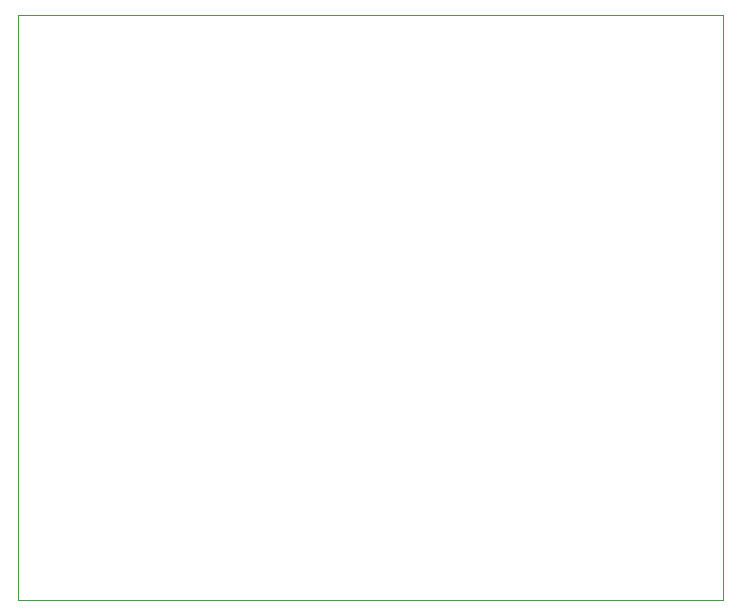
<source format=gbr>
%TF.GenerationSoftware,KiCad,Pcbnew,5.1.6-c6e7f7d~87~ubuntu16.04.1*%
%TF.CreationDate,2022-03-08T12:50:46-05:00*%
%TF.ProjectId,arduinovideo,61726475-696e-46f7-9669-64656f2e6b69,rev?*%
%TF.SameCoordinates,Original*%
%TF.FileFunction,Profile,NP*%
%FSLAX46Y46*%
G04 Gerber Fmt 4.6, Leading zero omitted, Abs format (unit mm)*
G04 Created by KiCad (PCBNEW 5.1.6-c6e7f7d~87~ubuntu16.04.1) date 2022-03-08 12:50:46*
%MOMM*%
%LPD*%
G01*
G04 APERTURE LIST*
%TA.AperFunction,Profile*%
%ADD10C,0.050000*%
%TD*%
G04 APERTURE END LIST*
D10*
X59690000Y0D02*
X0Y0D01*
X59690000Y-49530000D02*
X59690000Y0D01*
X0Y-49530000D02*
X59690000Y-49530000D01*
X0Y0D02*
X0Y-49530000D01*
M02*

</source>
